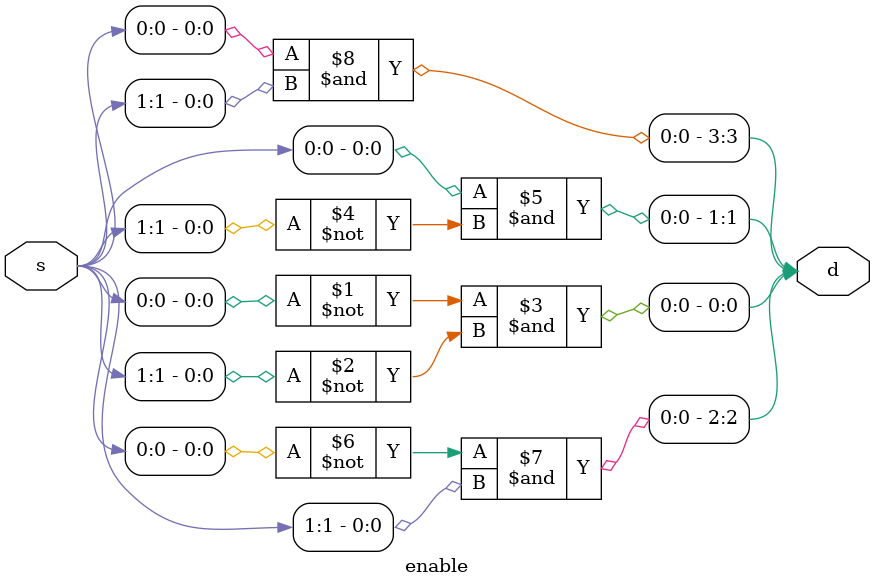
<source format=v>
module enable(s,d);
input [1:0] s;
output [3:0] d;

and a1(d[0],~s[0],~s[1]);
and a2(d[1],s[0],~s[1]);
and a3(d[2],~s[0],s[1]);
and a4(d[3],s[0],s[1]);

endmodule
</source>
